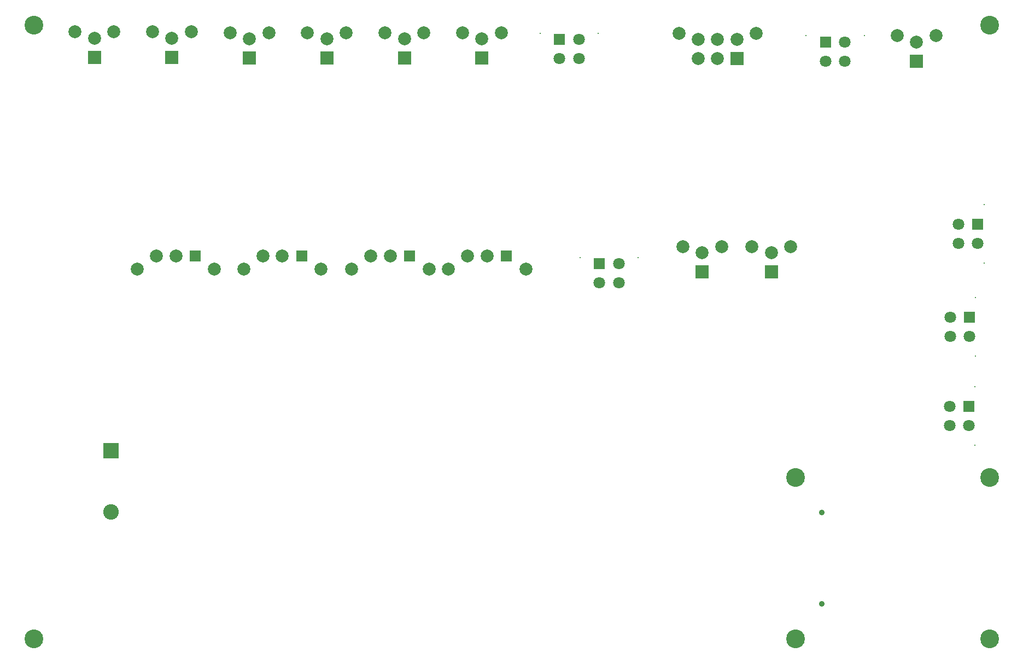
<source format=gbs>
G04*
G04 #@! TF.GenerationSoftware,Altium Limited,Altium Designer,19.1.9 (167)*
G04*
G04 Layer_Color=16711935*
%FSLAX25Y25*%
%MOIN*%
G70*
G01*
G75*
%ADD68C,0.00800*%
%ADD69R,0.07099X0.07099*%
%ADD70C,0.07099*%
%ADD71R,0.07099X0.07099*%
%ADD72R,0.09478X0.09478*%
%ADD73C,0.09478*%
%ADD74R,0.07887X0.07887*%
%ADD75C,0.07887*%
%ADD76C,0.03556*%
%ADD77C,0.11430*%
D68*
X583622Y163386D02*
D03*
X583622Y127953D02*
D03*
X516142Y377323D02*
D03*
X480709Y377323D02*
D03*
X589134Y238976D02*
D03*
X589134Y274410D02*
D03*
X378346Y242283D02*
D03*
X342913Y242284D02*
D03*
X584016Y217717D02*
D03*
X584016Y182283D02*
D03*
X318504Y378898D02*
D03*
X353937Y378898D02*
D03*
D69*
X579921Y151575D02*
D03*
X585433Y262598D02*
D03*
X173228Y243307D02*
D03*
X108268D02*
D03*
X238976D02*
D03*
X580315Y205906D02*
D03*
X298031Y243307D02*
D03*
D70*
X579921Y139764D02*
D03*
X568110D02*
D03*
Y151575D02*
D03*
X492520Y361811D02*
D03*
X504331D02*
D03*
Y373622D02*
D03*
X573622Y262598D02*
D03*
Y250787D02*
D03*
X585433D02*
D03*
X354724Y226772D02*
D03*
X366535D02*
D03*
Y238583D02*
D03*
X580315Y194095D02*
D03*
X568504D02*
D03*
Y205906D02*
D03*
X342126Y375197D02*
D03*
Y363386D02*
D03*
X330315D02*
D03*
D71*
X492520Y373622D02*
D03*
X354724Y238583D02*
D03*
X330315Y375197D02*
D03*
D72*
X57087Y124528D02*
D03*
D73*
Y87008D02*
D03*
D74*
X283071Y363779D02*
D03*
X235827D02*
D03*
X94095Y364173D02*
D03*
X46850D02*
D03*
X188583Y363779D02*
D03*
X141339D02*
D03*
X438583Y363386D02*
D03*
X417323Y233465D02*
D03*
X548032Y361811D02*
D03*
X459449Y233465D02*
D03*
D75*
X283071Y375590D02*
D03*
X271260Y379291D02*
D03*
X294882D02*
D03*
X235827Y375590D02*
D03*
X224016Y379291D02*
D03*
X247638D02*
D03*
X105905Y379685D02*
D03*
X82284D02*
D03*
X94095Y375984D02*
D03*
X58661Y379685D02*
D03*
X35039D02*
D03*
X46850Y375984D02*
D03*
X200394Y379291D02*
D03*
X176772D02*
D03*
X188583Y375590D02*
D03*
X153150Y379291D02*
D03*
X129528D02*
D03*
X141339Y375590D02*
D03*
X137795Y235039D02*
D03*
X149606Y243307D02*
D03*
X161417D02*
D03*
X185039Y235039D02*
D03*
X72835D02*
D03*
X84646Y243307D02*
D03*
X96457D02*
D03*
X120079Y235039D02*
D03*
X203543D02*
D03*
X215354Y243307D02*
D03*
X227165D02*
D03*
X250787Y235039D02*
D03*
X262598D02*
D03*
X274409Y243307D02*
D03*
X286221D02*
D03*
X309842Y235039D02*
D03*
X450394Y378898D02*
D03*
X403150D02*
D03*
X426772Y363386D02*
D03*
X414961D02*
D03*
X438583Y375197D02*
D03*
X426772D02*
D03*
X414961D02*
D03*
X417323Y245276D02*
D03*
X405512Y248976D02*
D03*
X429134D02*
D03*
X548032Y373622D02*
D03*
X536221Y377323D02*
D03*
X559842D02*
D03*
X459449Y245276D02*
D03*
X447638Y248976D02*
D03*
X471260D02*
D03*
D76*
X490158Y86811D02*
D03*
Y31299D02*
D03*
D77*
X9843Y383858D02*
D03*
X592520D02*
D03*
X474409Y108268D02*
D03*
X592520D02*
D03*
X474409Y9843D02*
D03*
X9843Y9843D02*
D03*
X592520D02*
D03*
M02*

</source>
